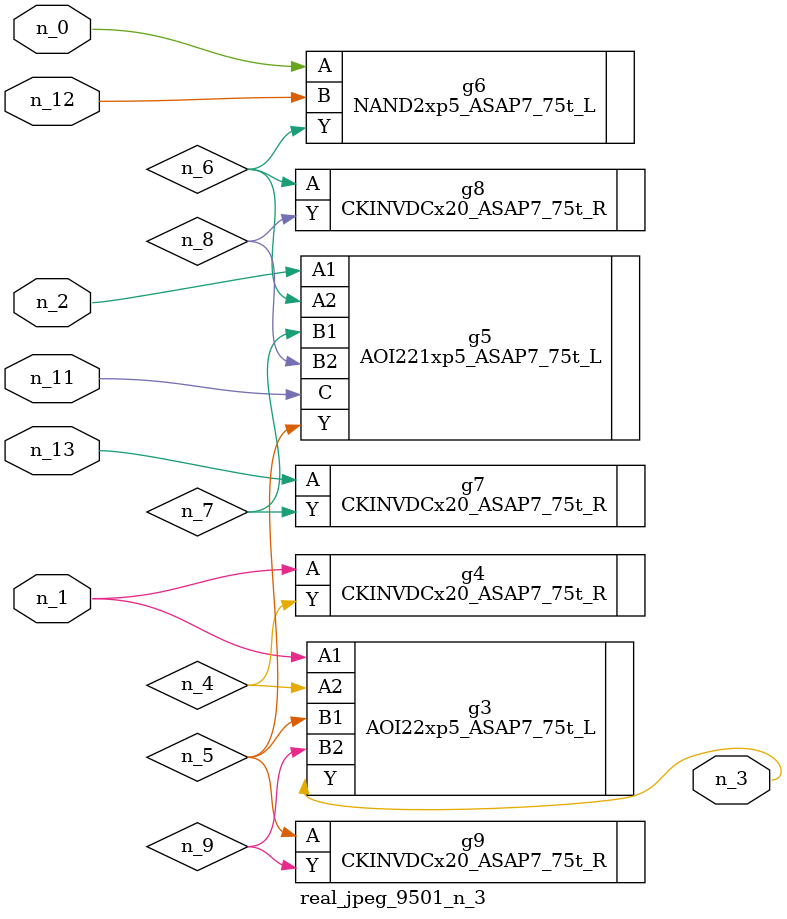
<source format=v>
module real_jpeg_9501_n_3 (n_12, n_0, n_1, n_11, n_2, n_13, n_3);

input n_12;
input n_0;
input n_1;
input n_11;
input n_2;
input n_13;

output n_3;

wire n_5;
wire n_4;
wire n_8;
wire n_6;
wire n_7;
wire n_9;

NAND2xp5_ASAP7_75t_L g6 ( 
.A(n_0),
.B(n_12),
.Y(n_6)
);

AOI22xp5_ASAP7_75t_L g3 ( 
.A1(n_1),
.A2(n_4),
.B1(n_5),
.B2(n_9),
.Y(n_3)
);

CKINVDCx20_ASAP7_75t_R g4 ( 
.A(n_1),
.Y(n_4)
);

AOI221xp5_ASAP7_75t_L g5 ( 
.A1(n_2),
.A2(n_6),
.B1(n_7),
.B2(n_8),
.C(n_11),
.Y(n_5)
);

CKINVDCx20_ASAP7_75t_R g9 ( 
.A(n_5),
.Y(n_9)
);

CKINVDCx20_ASAP7_75t_R g8 ( 
.A(n_6),
.Y(n_8)
);

CKINVDCx20_ASAP7_75t_R g7 ( 
.A(n_13),
.Y(n_7)
);


endmodule
</source>
